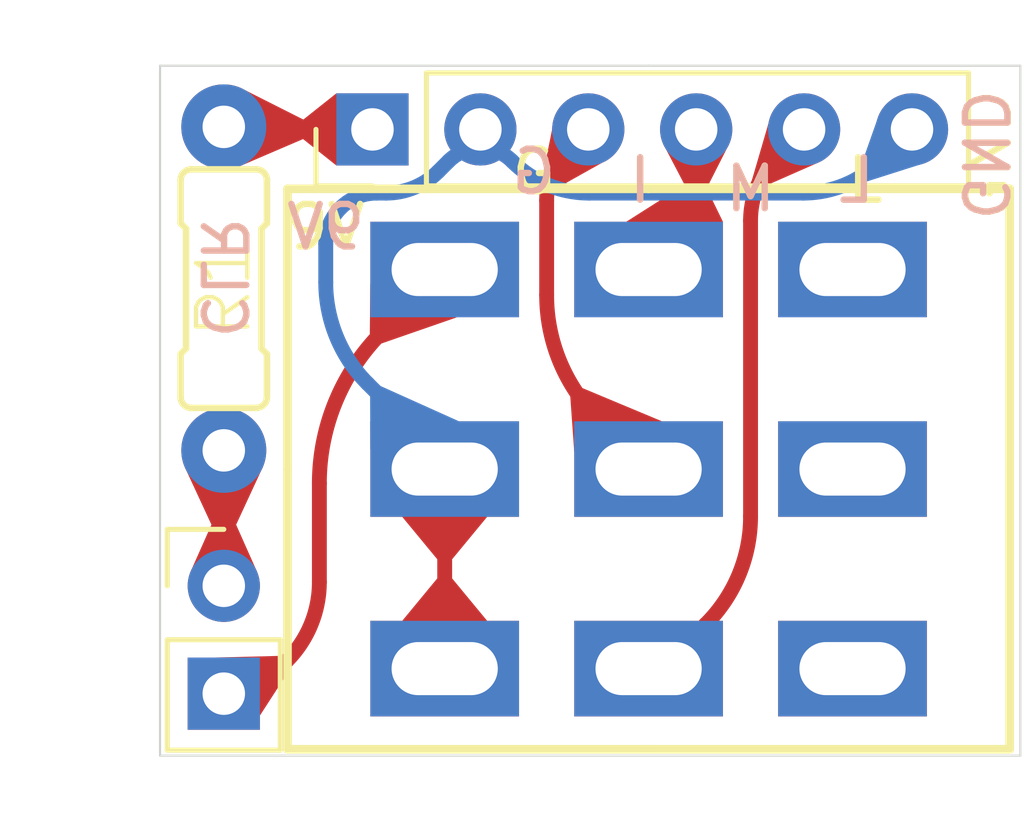
<source format=kicad_pcb>
(kicad_pcb (version 20221018) (generator pcbnew)
  (title_block (title "Switchy Breakout Board") (date "2022-03-26") (rev "1.0") (company "Offworld Serpent Devices"))
  (layers (0 "F.Cu" signal) (31 "B.Cu" signal) (34 "B.Paste" user) (35 "F.Paste" user) (36 "B.SilkS" user "B.Silkscreen") (37 "F.SilkS" user "F.Silkscreen") (38 "B.Mask" user) (39 "F.Mask" user) (44 "Edge.Cuts" user))
  (net 0 "")
  (net 1 "Net-(J1-Pin_1)")
  (net 2 "Net-(J1-Pin_2)")
  (net 3 "MORE")
  (net 4 "LESS")
  (net 6 "BOARDIN")
  (net 7 "Earth")
  (net 8 "9VIN")
  (footprint "Connector_PinHeader_2.54mm:PinHeader_1x02_P2.54mm_Vertical" (layer "F.Cu") (at 140 102.75)
    (fp_text reference "J1" hide)
    (fp_text value "LED CONNECT")
    (fp_line (start -1.33 -1.33) (end 0 -1.33) (stroke (width 0.12)) (layer "F.SilkS"))
    (fp_line (start -1.33 0) (end -1.33 -1.33) (stroke (width 0.12)) (layer "F.SilkS"))
    (fp_line (start -1.33 1.27) (end -1.33 3.87) (stroke (width 0.12)) (layer "F.SilkS"))
    (fp_line (start -1.33 1.27) (end 1.33 1.27) (stroke (width 0.12)) (layer "F.SilkS"))
    (fp_line (start -1.33 3.87) (end 1.33 3.87) (stroke (width 0.12)) (layer "F.SilkS"))
    (fp_line (start 1.33 1.27) (end 1.33 3.87) (stroke (width 0.12)) (layer "F.SilkS"))
    (pad "1" thru_hole circle (at 0 0) (size 1.7 1.7) (drill 1) (layers "*.Cu" "*.Mask") (net 1 "Net-(J1-Pin_1)"))
    (pad "2" thru_hole rect (at 0 2.54) (size 1.7 1.7) (drill 1) (layers "*.Cu" "*.Mask") (net 2 "Net-(J1-Pin_2)"))
  )
  (footprint "Connector_PinHeader_2.54mm:PinHeader_1x06_P2.54mm_Vertical" (layer "F.Cu") (at 143.5 92 90)
    (fp_text reference "J2" hide)
    (fp_text value "BOARD CONNECTIONS")
    (fp_line (start -1.33 -1.33) (end 0 -1.33) (stroke (width 0.12)) (layer "F.SilkS"))
    (fp_line (start -1.33 0) (end -1.33 -1.33) (stroke (width 0.12)) (layer "F.SilkS"))
    (fp_line (start -1.33 1.27) (end -1.33 14.03) (stroke (width 0.12)) (layer "F.SilkS"))
    (fp_line (start -1.33 1.27) (end 1.33 1.27) (stroke (width 0.12)) (layer "F.SilkS"))
    (fp_line (start -1.33 14.03) (end 1.33 14.03) (stroke (width 0.12)) (layer "F.SilkS"))
    (fp_line (start 1.33 1.27) (end 1.33 14.03) (stroke (width 0.12)) (layer "F.SilkS"))
    (pad "1" thru_hole rect (at 0 0 90) (size 1.7 1.7) (drill 1) (layers "*.Cu" "*.Mask") (net 8 "9VIN"))
    (pad "2" thru_hole oval (at 0 2.54 90) (size 1.7 1.7) (drill 1) (layers "*.Cu" "*.Mask") (net 7 "Earth"))
    (pad "3" thru_hole oval (at 0 5.08 90) (size 1.7 1.7) (drill 1) (layers "*.Cu" "*.Mask") (net 6 "BOARDIN"))
    (pad "4" thru_hole oval (at 0 7.62 90) (size 1.7 1.7) (drill 1) (layers "*.Cu" "*.Mask") (net 3 "MORE"))
    (pad "5" thru_hole oval (at 0 10.16 90) (size 1.7 1.7) (drill 1) (layers "*.Cu" "*.Mask") (net 4 "LESS"))
    (pad "6" thru_hole oval (at 0 12.7 90) (size 1.7 1.7) (drill 1) (layers "*.Cu" "*.Mask") (net 7 "Earth"))
  )
  (footprint "clholm-kicad-lib:0.3_resistor" (layer "F.Cu") (at 140 95.75 90)
    (fp_text reference "R1" (at 0 0 270) (layer "F.SilkS") (effects (font (size 1.2065 1.2065) (thickness 0.1016))))
    (fp_text value "CLR")
    (fp_line (start -2.81 0.762) (end -2.81 -0.762) (stroke (width 0.1524)) (layer "F.SilkS"))
    (fp_line (start -2.556 -1.016) (end -1.54 -1.016) (stroke (width 0.1524)) (layer "F.SilkS"))
    (fp_line (start -2.556 1.016) (end -1.54 1.016) (stroke (width 0.1524)) (layer "F.SilkS"))
    (fp_line (start -1.413 -0.889) (end -1.54 -1.016) (stroke (width 0.1524)) (layer "F.SilkS"))
    (fp_line (start -1.413 0.889) (end -1.54 1.016) (stroke (width 0.1524)) (layer "F.SilkS"))
    (fp_line (start 1.413 -0.889) (end -1.413 -0.889) (stroke (width 0.1524)) (layer "F.SilkS"))
    (fp_line (start 1.413 -0.889) (end 1.54 -1.016) (stroke (width 0.1524)) (layer "F.SilkS"))
    (fp_line (start 1.413 0.889) (end -1.413 0.889) (stroke (width 0.1524)) (layer "F.SilkS"))
    (fp_line (start 1.413 0.889) (end 1.54 1.016) (stroke (width 0.1524)) (layer "F.SilkS"))
    (fp_line (start 2.556 -1.016) (end 1.54 -1.016) (stroke (width 0.1524)) (layer "F.SilkS"))
    (fp_line (start 2.556 1.016) (end 1.54 1.016) (stroke (width 0.1524)) (layer "F.SilkS"))
    (fp_line (start 2.81 0.762) (end 2.81 -0.762) (stroke (width 0.1524)) (layer "F.SilkS"))
    (fp_arc (start -2.81 -0.762) (mid -2.735605 -0.941605) (end -2.556 -1.016) (stroke (width 0.1524)) (layer "F.SilkS"))
    (fp_arc (start -2.556 1.016) (mid -2.735605 0.941605) (end -2.81 0.762) (stroke (width 0.1524)) (layer "F.SilkS"))
    (fp_arc (start 2.556 -1.016) (mid 2.735605 -0.941605) (end 2.81 -0.762) (stroke (width 0.1524)) (layer "F.SilkS"))
    (fp_arc (start 2.81 0.762) (mid 2.735605 0.941605) (end 2.556 1.016) (stroke (width 0.1524)) (layer "F.SilkS"))
    (pad "1" thru_hole circle (at -3.81 0 90) (size 2 2) (drill 1) (layers "*.Cu" "*.Mask") (net 1 "Net-(J1-Pin_1)"))
    (pad "2" thru_hole circle (at 3.81 0 90) (size 2 2) (drill 1) (layers "*.Cu" "*.Mask") (net 8 "9VIN"))
  )
  (footprint "clholm-kicad-lib:STOMP_SWITCH_3PDT_TAIWAY_LOW_PROFILE" (layer "F.Cu") (at 150 100)
    (fp_text reference "S1" hide)
    (fp_text value "SWITCH-3PDT-PTH-STOMP")
    (fp_line (start -8.5 -6.6) (end -8.5 0) (stroke (width 0.2032)) (layer "F.SilkS"))
    (fp_line (start -8.5 -6.6) (end 0 -6.6) (stroke (width 0.2032)) (layer "F.SilkS"))
    (fp_line (start -8.5 0) (end -8.5 6.6) (stroke (width 0.2032)) (layer "F.SilkS"))
    (fp_line (start -8.5 6.6) (end 0 6.6) (stroke (width 0.2032)) (layer "F.SilkS"))
    (fp_line (start 0 -6.6) (end 8.5 -6.6) (stroke (width 0.2032)) (layer "F.SilkS"))
    (fp_line (start 0 6.6) (end 8.5 6.6) (stroke (width 0.2032)) (layer "F.SilkS"))
    (fp_line (start 8.5 0) (end 8.5 -6.6) (stroke (width 0.2032)) (layer "F.SilkS"))
    (fp_line (start 8.5 6.6) (end 8.5 0) (stroke (width 0.2032)) (layer "F.SilkS"))
    (pad "P$1" thru_hole rect (at -4.8 -4.7) (size 3.5 2.25) (drill oval 2.5 1.25) (layers "*.Cu" "*.Mask") (net 2 "Net-(J1-Pin_2)"))
    (pad "P$2" thru_hole rect (at -4.8 0) (size 3.5 2.25) (drill oval 2.5 1.25) (layers "*.Cu" "*.Mask") (net 7 "Earth"))
    (pad "P$3" thru_hole rect (at -4.8 4.7) (size 3.5 2.25) (drill oval 2.5 1.25) (layers "*.Cu" "*.Mask") (net 7 "Earth"))
    (pad "P$4" thru_hole rect (at 0 -4.7) (size 3.5 2.25) (drill oval 2.5 1.25) (layers "*.Cu" "*.Mask") (net 3 "MORE"))
    (pad "P$5" thru_hole rect (at 0 0) (size 3.5 2.25) (drill oval 2.5 1.25) (layers "*.Cu" "*.Mask") (net 6 "BOARDIN"))
    (pad "P$6" thru_hole rect (at 0 4.7) (size 3.5 2.25) (drill oval 2.5 1.25) (layers "*.Cu" "*.Mask") (net 4 "LESS"))
    (pad "P$7" thru_hole rect (at 4.8 -4.7) (size 3.5 2.25) (drill oval 2.5 1.25) (layers "*.Cu" "*.Mask"))
    (pad "P$8" thru_hole rect (at 4.8 0) (size 3.5 2.25) (drill oval 2.5 1.25) (layers "*.Cu" "*.Mask"))
    (pad "P$9" thru_hole rect (at 4.8 4.7) (size 3.5 2.25) (drill oval 2.5 1.25) (layers "*.Cu" "*.Mask"))
  )
  (gr_line (start 138.5 90.5) (end 150 90.5) (stroke (width 0.05)) (layer "Edge.Cuts"))
  (gr_line (start 158.75 90.5) (end 158.75 106.75) (stroke (width 0.05)) (layer "Edge.Cuts"))
  (gr_line (start 158.75 106.75) (end 138.5 106.75) (stroke (width 0.05)) (layer "Edge.Cuts"))
  (gr_line (start 138.5 106.75) (end 138.5 90.5) (stroke (width 0.05)) (layer "Edge.Cuts"))
  (gr_line (start 150 90.5) (end 158.75 90.5) (stroke (width 0.05)) (layer "Edge.Cuts"))
  (gr_text "L" (at 154.9 93.2) (layer "B.SilkS") (effects (font (size 1 1)) (justify mirror)))
  (gr_text "I" (at 149.8 93.2) (layer "B.SilkS") (effects (font (size 1 1)) (justify mirror)))
  (gr_text "CLR" (at 139.4 97 -90) (layer "B.SilkS") (effects (font (size 1 1)) (justify left bottom mirror)))
  (gr_text "9V" (at 142.4 94.3) (layer "B.SilkS") (effects (font (size 1 1)) (justify mirror)))
  (gr_text "GND" (at 157.9 92.6 -90) (layer "B.SilkS") (effects (font (size 1 1)) (justify mirror)))
  (gr_text "M" (at 152.4 93.4) (layer "B.SilkS") (effects (font (size 1 1)) (justify mirror)))
  (gr_text "G" (at 147.3 93) (layer "B.SilkS") (effects (font (size 1 1)) (justify mirror)))
  (gr_text "M" (at 152.4 93.4) (layer "F.SilkS") (effects (font (size 1 1))))
  (gr_text "GND" (at 158 92.6 90) (layer "F.SilkS") (effects (font (size 1 1))))
  (gr_text "L" (at 155.1 93.2) (layer "F.SilkS") (effects (font (size 1 1))))
  (gr_text "G" (at 147.3 93) (layer "F.SilkS") (effects (font (size 1 1))))
  (gr_text "I" (at 149.8 93.2) (layer "F.SilkS") (effects (font (size 1 1))))
  (gr_text "9V" (at 142.4 94.3) (layer "F.SilkS") (effects (font (size 1 1))))
  (segment (start 140 99.56) (end 140 102.75) (width 0.35) (layer "F.Cu") (net 1))
  (segment (start 140.355 105.29) (end 140 105.29) (width 0.35) (layer "F.Cu") (net 2))
  (segment (start 142.25 102.661055) (end 142.25 100.335965) (width 0.35) (layer "F.Cu") (net 2))
  (segment (start 143.725 96.775) (end 145.2 95.3) (width 0.35) (layer "F.Cu") (net 2))
  (segment (start 141.479999 104.519999) (end 140.961022 105.038977) (width 0.35) (layer "F.Cu") (net 2))
  (arc (start 143.725 96.775) (mid 142.63334 98.408784) (end 142.25 100.335965) (width 0.35) (layer "F.Cu") (net 2))
  (arc (start 140.961022 105.038977) (mid 140.682976 105.224761) (end 140.355 105.29) (width 0.35) (layer "F.Cu") (net 2))
  (arc (start 142.25 102.661055) (mid 142.049883 103.667108) (end 141.479999 104.519999) (width 0.35) (layer "F.Cu") (net 2))
  (segment (start 150.56 94.74) (end 150 95.3) (width 0.35) (layer "F.Cu") (net 3))
  (segment (start 151.12 93.38804) (end 151.12 92) (width 0.35) (layer "F.Cu") (net 3))
  (arc (start 151.12 93.38804) (mid 150.97446 94.119715) (end 150.56 94.74) (width 0.35) (layer "F.Cu") (net 3))
  (segment (start 152.4 101.115075) (end 152.4 94.150954) (width 0.35) (layer "F.Cu") (net 4))
  (segment (start 150.15 104.7) (end 150 104.7) (width 0.35) (layer "F.Cu") (net 4))
  (segment (start 151.349999 103.649999) (end 150.406066 104.593933) (width 0.35) (layer "F.Cu") (net 4))
  (segment (start 153.03 92.63) (end 153.66 92) (width 0.35) (layer "F.Cu") (net 4))
  (arc (start 152.4 101.115075) (mid 152.127113 102.486966) (end 151.349999 103.649999) (width 0.35) (layer "F.Cu") (net 4))
  (arc (start 153.03 92.63) (mid 152.563731 93.327819) (end 152.4 94.150954) (width 0.35) (layer "F.Cu") (net 4))
  (arc (start 150.406066 104.593933) (mid 150.288581 104.672434) (end 150.15 104.7) (width 0.35) (layer "F.Cu") (net 4))
  (segment (start 147.6 93.672964) (end 147.6 95.902943) (width 0.35) (layer "F.Cu") (net 6))
  (segment (start 148.09 92.49) (end 148.58 92) (width 0.35) (layer "F.Cu") (net 6))
  (segment (start 148.8 98.8) (end 150 100) (width 0.35) (layer "F.Cu") (net 6))
  (arc (start 148.09 92.49) (mid 147.727346 93.032748) (end 147.6 93.672964) (width 0.35) (layer "F.Cu") (net 6))
  (arc (start 147.6 95.902943) (mid 147.911869 97.470819) (end 148.8 98.8) (width 0.35) (layer "F.Cu") (net 6))
  (segment (start 145.2 100) (end 145.2 104.7) (width 0.35) (layer "F.Cu") (net 7))
  (segment (start 145.129289 99.729289) (end 143.389949 97.989949) (width 0.35) (layer "B.Cu") (net 7))
  (segment (start 143.594974 93.5) (end 143.82 93.5) (width 0.35) (layer "B.Cu") (net 7))
  (segment (start 153.639339 93.5) (end 148.60066 93.5) (width 0.35) (layer "B.Cu") (net 7))
  (segment (start 145.2 99.9) (end 145.2 100) (width 0.35) (layer "B.Cu") (net 7))
  (segment (start 142.4 94.694974) (end 142.4 95.6) (width 0.35) (layer "B.Cu") (net 7))
  (segment (start 155.45 92.75) (end 156.2 92) (width 0.35) (layer "B.Cu") (net 7))
  (segment (start 145.289999 92.749999) (end 145.049116 92.990883) (width 0.35) (layer "B.Cu") (net 7))
  (arc (start 146.79 92.75) (mid 147.620737 93.305081) (end 148.60066 93.5) (width 0.35) (layer "B.Cu") (net 7))
  (arc (start 155.45 92.75) (mid 154.619261 93.305081) (end 153.639339 93.5) (width 0.35) (layer "B.Cu") (net 7))
  (arc (start 142.4 95.6) (mid 142.657279 96.893431) (end 143.389949 97.989949) (width 0.35) (layer "B.Cu") (net 7))
  (arc (start 145.129289 99.729289) (mid 145.181622 99.807611) (end 145.2 99.9) (width 0.35) (layer "B.Cu") (net 7))
  (arc (start 146.79 92.75) (mid 146.039999 92.439339) (end 145.289999 92.749999) (width 0.35) (layer "B.Cu") (net 7))
  (arc (start 143.594974 93.5) (mid 143.137677 93.590962) (end 142.75 93.85) (width 0.35) (layer "B.Cu") (net 7))
  (arc (start 142.75 93.85) (mid 142.490962 94.237677) (end 142.4 94.694974) (width 0.35) (layer "B.Cu") (net 7))
  (arc (start 145.049116 92.990883) (mid 144.485193 93.367684) (end 143.82 93.5) (width 0.35) (layer "B.Cu") (net 7))
  (segment (start 140.03 91.97) (end 140 91.94) (width 0.35) (layer "F.Cu") (net 8))
  (segment (start 140.102426 92) (end 143.5 92) (width 0.35) (layer "F.Cu") (net 8))
  (arc (start 140.03 91.97) (mid 140.063229 91.992203) (end 140.102426 92) (width 0.35) (layer "F.Cu") (net 8))
)
</source>
